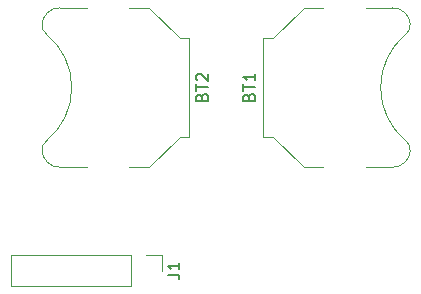
<source format=gbr>
G04 #@! TF.GenerationSoftware,KiCad,Pcbnew,(5.0.2)-1*
G04 #@! TF.CreationDate,2020-09-06T16:48:15+01:00*
G04 #@! TF.ProjectId,temperature-logger,74656d70-6572-4617-9475-72652d6c6f67,rev?*
G04 #@! TF.SameCoordinates,Original*
G04 #@! TF.FileFunction,Legend,Top*
G04 #@! TF.FilePolarity,Positive*
%FSLAX46Y46*%
G04 Gerber Fmt 4.6, Leading zero omitted, Abs format (unit mm)*
G04 Created by KiCad (PCBNEW (5.0.2)-1) date 06/09/2020 16:48:15*
%MOMM*%
%LPD*%
G01*
G04 APERTURE LIST*
%ADD10C,0.120000*%
%ADD11C,0.150000*%
G04 APERTURE END LIST*
D10*
G04 #@! TO.C,BT1*
X106550000Y-83250000D02*
X108200000Y-83250000D01*
X103950000Y-85850000D02*
X106550000Y-83250000D01*
X103150000Y-85850000D02*
X103950000Y-85850000D01*
X103150000Y-94150000D02*
X103150000Y-85850000D01*
X103950000Y-94150000D02*
X103150000Y-94150000D01*
X106550000Y-96750000D02*
X103950000Y-94150000D01*
X108200000Y-96750000D02*
X106550000Y-96750000D01*
X111800000Y-96750000D02*
X114100000Y-96750000D01*
X111800000Y-83250000D02*
X114100000Y-83250000D01*
X114050000Y-96750000D02*
G75*
G03X115600000Y-95300000I50000J1500000D01*
G01*
X114050000Y-83250000D02*
G75*
G02X115600000Y-84700000I50000J-1500000D01*
G01*
X115188671Y-85509339D02*
G75*
G03X115200000Y-94500000I3711329J-4490661D01*
G01*
X115584160Y-95414615D02*
G75*
G03X115200000Y-94500000I-984160J124615D01*
G01*
X115584160Y-84585385D02*
G75*
G02X115200000Y-85500000I-984160J-124615D01*
G01*
G04 #@! TO.C,BT2*
X84415840Y-95414615D02*
G75*
G02X84800000Y-94500000I984160J124615D01*
G01*
X84415840Y-84585385D02*
G75*
G03X84800000Y-85500000I984160J-124615D01*
G01*
X84811329Y-94490661D02*
G75*
G03X84800000Y-85500000I-3711329J4490661D01*
G01*
X85950000Y-96750000D02*
G75*
G02X84400000Y-95300000I-50000J1500000D01*
G01*
X85950000Y-83250000D02*
G75*
G03X84400000Y-84700000I-50000J-1500000D01*
G01*
X88200000Y-96750000D02*
X85900000Y-96750000D01*
X88200000Y-83250000D02*
X85900000Y-83250000D01*
X91800000Y-83250000D02*
X93450000Y-83250000D01*
X93450000Y-83250000D02*
X96050000Y-85850000D01*
X96050000Y-85850000D02*
X96850000Y-85850000D01*
X96850000Y-85850000D02*
X96850000Y-94150000D01*
X96850000Y-94150000D02*
X96050000Y-94150000D01*
X96050000Y-94150000D02*
X93450000Y-96750000D01*
X93450000Y-96750000D02*
X91800000Y-96750000D01*
G04 #@! TO.C,J1*
X81760000Y-104170000D02*
X81760000Y-106830000D01*
X91980000Y-104170000D02*
X81760000Y-104170000D01*
X91980000Y-106830000D02*
X81760000Y-106830000D01*
X91980000Y-104170000D02*
X91980000Y-106830000D01*
X93250000Y-104170000D02*
X94580000Y-104170000D01*
X94580000Y-104170000D02*
X94580000Y-105500000D01*
G04 #@! TD*
G04 #@! TO.C,BT1*
D11*
X101928571Y-90785714D02*
X101976190Y-90642857D01*
X102023809Y-90595238D01*
X102119047Y-90547619D01*
X102261904Y-90547619D01*
X102357142Y-90595238D01*
X102404761Y-90642857D01*
X102452380Y-90738095D01*
X102452380Y-91119047D01*
X101452380Y-91119047D01*
X101452380Y-90785714D01*
X101500000Y-90690476D01*
X101547619Y-90642857D01*
X101642857Y-90595238D01*
X101738095Y-90595238D01*
X101833333Y-90642857D01*
X101880952Y-90690476D01*
X101928571Y-90785714D01*
X101928571Y-91119047D01*
X101452380Y-90261904D02*
X101452380Y-89690476D01*
X102452380Y-89976190D02*
X101452380Y-89976190D01*
X102452380Y-88833333D02*
X102452380Y-89404761D01*
X102452380Y-89119047D02*
X101452380Y-89119047D01*
X101595238Y-89214285D01*
X101690476Y-89309523D01*
X101738095Y-89404761D01*
G04 #@! TO.C,BT2*
X97928571Y-90785714D02*
X97976190Y-90642857D01*
X98023809Y-90595238D01*
X98119047Y-90547619D01*
X98261904Y-90547619D01*
X98357142Y-90595238D01*
X98404761Y-90642857D01*
X98452380Y-90738095D01*
X98452380Y-91119047D01*
X97452380Y-91119047D01*
X97452380Y-90785714D01*
X97500000Y-90690476D01*
X97547619Y-90642857D01*
X97642857Y-90595238D01*
X97738095Y-90595238D01*
X97833333Y-90642857D01*
X97880952Y-90690476D01*
X97928571Y-90785714D01*
X97928571Y-91119047D01*
X97452380Y-90261904D02*
X97452380Y-89690476D01*
X98452380Y-89976190D02*
X97452380Y-89976190D01*
X97547619Y-89404761D02*
X97500000Y-89357142D01*
X97452380Y-89261904D01*
X97452380Y-89023809D01*
X97500000Y-88928571D01*
X97547619Y-88880952D01*
X97642857Y-88833333D01*
X97738095Y-88833333D01*
X97880952Y-88880952D01*
X98452380Y-89452380D01*
X98452380Y-88833333D01*
G04 #@! TO.C,J1*
X95032380Y-105833333D02*
X95746666Y-105833333D01*
X95889523Y-105880952D01*
X95984761Y-105976190D01*
X96032380Y-106119047D01*
X96032380Y-106214285D01*
X96032380Y-104833333D02*
X96032380Y-105404761D01*
X96032380Y-105119047D02*
X95032380Y-105119047D01*
X95175238Y-105214285D01*
X95270476Y-105309523D01*
X95318095Y-105404761D01*
G04 #@! TD*
M02*

</source>
